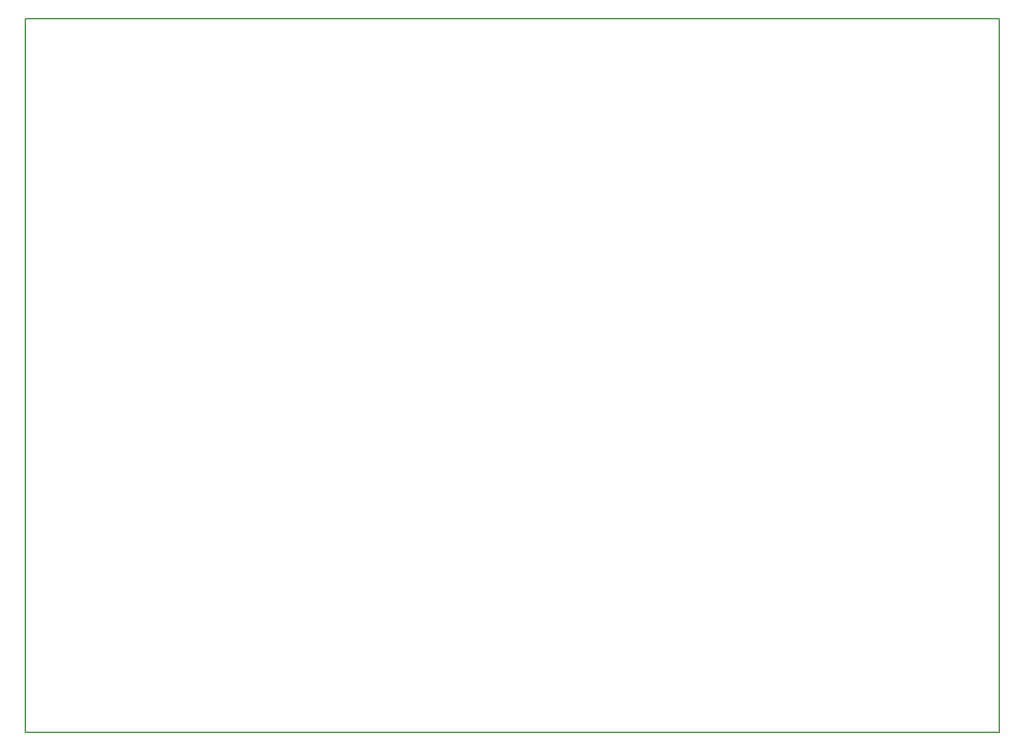
<source format=gm1>
G04 MADE WITH FRITZING*
G04 WWW.FRITZING.ORG*
G04 DOUBLE SIDED*
G04 HOLES PLATED*
G04 CONTOUR ON CENTER OF CONTOUR VECTOR*
%ASAXBY*%
%FSLAX23Y23*%
%MOIN*%
%OFA0B0*%
%SFA1.0B1.0*%
%ADD10R,4.874100X3.577770*%
%ADD11C,0.008000*%
%ADD10C,0.008*%
%LNCONTOUR*%
G90*
G70*
G54D10*
G54D11*
X4Y3574D02*
X4870Y3574D01*
X4870Y4D01*
X4Y4D01*
X4Y3574D01*
D02*
G04 End of contour*
M02*
</source>
